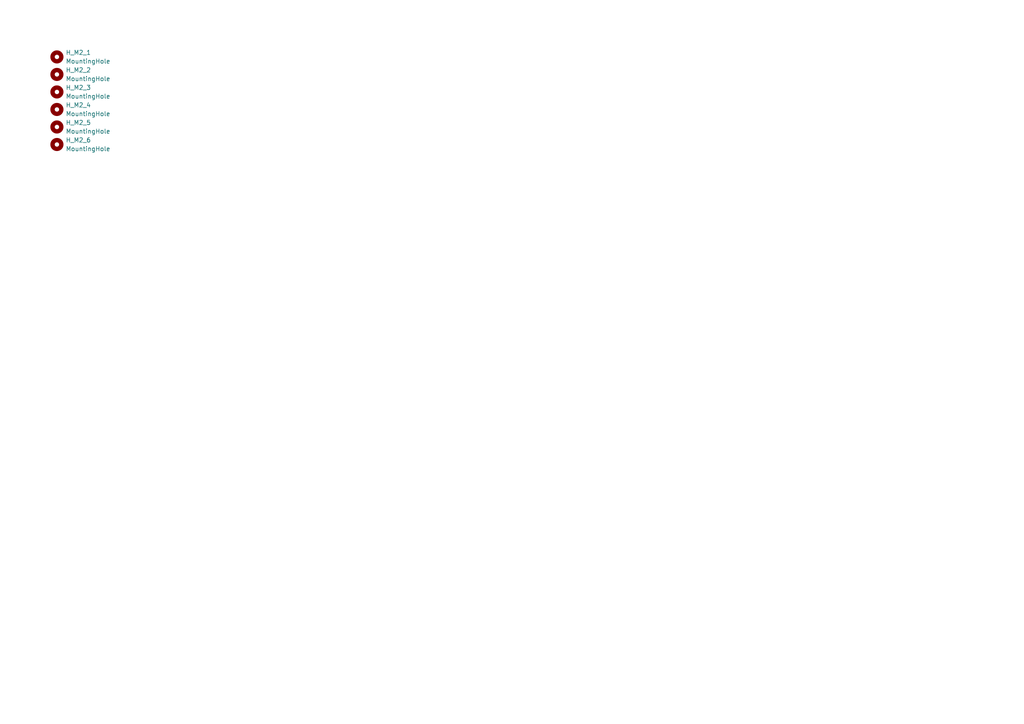
<source format=kicad_sch>
(kicad_sch (version 20231120) (generator "eeschema") (generator_version "8.0")
  (paper "A4")
  (title_block (date "2024-08-25") (rev "1.0"))
  (lib_symbols
    (symbol "Mechanical:MountingHole" (pin_names (offset 1.016)) (exclude_from_sim yes) (in_bom no)
      (property "Reference" "H" (at 0 5.08 0))
      (property "Value" "MountingHole" (at 0 3.175 0))
      (symbol "MountingHole_0_1"
        (circle (center 0 0) (radius 1.27) (stroke (width 1.27)))
      )
    )
  )
  (symbol (lib_id "Mechanical:MountingHole") (at 16.51 41.91 0) (unit 1) (exclude_from_sim yes) (in_bom no)
    (property "Reference" "H_M2_6" (at 19.05 40.6399 0) (effects (justify left)))
    (property "Value" "MountingHole" (at 19.05 43.1799 0) (effects (justify left)))
    (property "Footprint" "MountingHole:MountingHole_2.2mm_M2" (effects (hide yes)))
    (property "Description" "Mounting Hole without connection" (effects (hide yes)))
  )
  (symbol (lib_id "Mechanical:MountingHole") (at 16.51 31.75 0) (unit 1) (exclude_from_sim yes) (in_bom no)
    (property "Reference" "H_M2_4" (at 19.05 30.4799 0) (effects (justify left)))
    (property "Value" "MountingHole" (at 19.05 33.0199 0) (effects (justify left)))
    (property "Footprint" "MountingHole:MountingHole_2.2mm_M2" (effects (hide yes)))
    (property "Description" "Mounting Hole without connection" (effects (hide yes)))
  )
  (symbol (lib_id "Mechanical:MountingHole") (at 16.51 36.83 0) (unit 1) (exclude_from_sim yes) (in_bom no)
    (property "Reference" "H_M2_5" (at 19.05 35.5599 0) (effects (justify left)))
    (property "Value" "MountingHole" (at 19.05 38.0999 0) (effects (justify left)))
    (property "Footprint" "MountingHole:MountingHole_2.2mm_M2" (effects (hide yes)))
    (property "Description" "Mounting Hole without connection" (effects (hide yes)))
  )
  (symbol (lib_id "Mechanical:MountingHole") (at 16.51 16.51 0) (unit 1) (exclude_from_sim yes) (in_bom no)
    (property "Reference" "H_M2_1" (at 19.05 15.2399 0) (effects (justify left)))
    (property "Value" "MountingHole" (at 19.05 17.7799 0) (effects (justify left)))
    (property "Footprint" "MountingHole:MountingHole_2.2mm_M2" (effects (hide yes)))
    (property "Description" "Mounting Hole without connection" (effects (hide yes)))
  )
  (symbol (lib_id "Mechanical:MountingHole") (at 16.51 26.67 0) (unit 1) (exclude_from_sim yes) (in_bom no)
    (property "Reference" "H_M2_3" (at 19.05 25.3999 0) (effects (justify left)))
    (property "Value" "MountingHole" (at 19.05 27.9399 0) (effects (justify left)))
    (property "Footprint" "MountingHole:MountingHole_2.2mm_M2" (effects (hide yes)))
    (property "Description" "Mounting Hole without connection" (effects (hide yes)))
  )
  (symbol (lib_id "Mechanical:MountingHole") (at 16.51 21.59 0) (unit 1) (exclude_from_sim yes) (in_bom no)
    (property "Reference" "H_M2_2" (at 19.05 20.3199 0) (effects (justify left)))
    (property "Value" "MountingHole" (at 19.05 22.8599 0) (effects (justify left)))
    (property "Footprint" "MountingHole:MountingHole_2.2mm_M2" (effects (hide yes)))
    (property "Description" "Mounting Hole without connection" (effects (hide yes)))
  )
)
</source>
